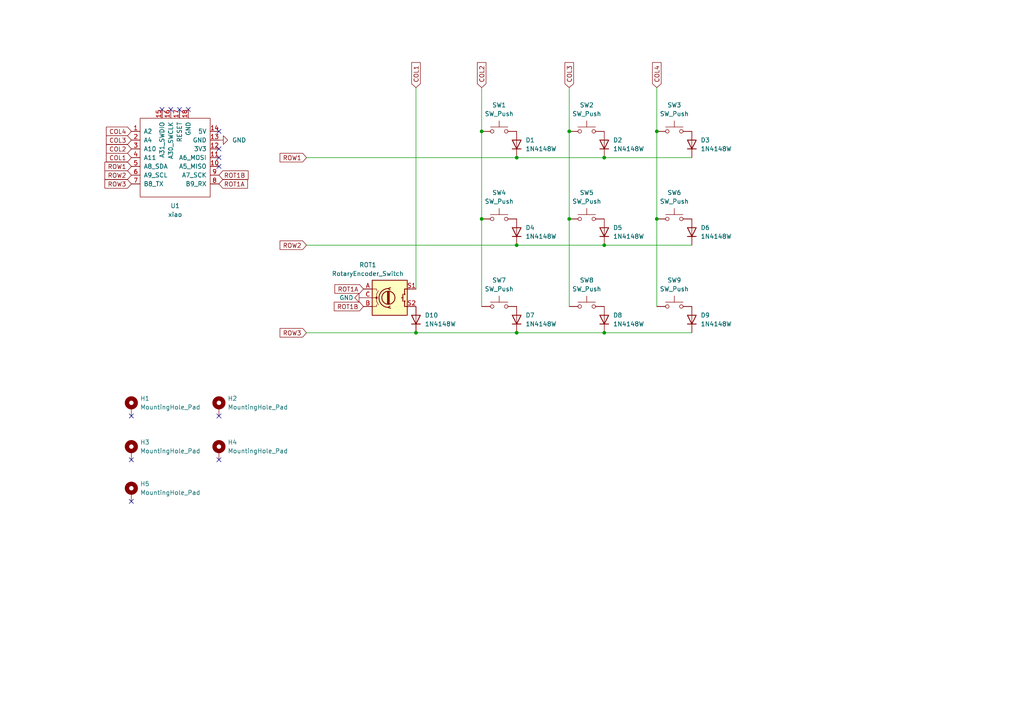
<source format=kicad_sch>
(kicad_sch (version 20231120) (generator "eeschema") (generator_version "8.0")
  (paper "A4")
  (title_block (title "bytepad") (date "2025-02-14") (rev "1") (company "hackpad?") (comment 1 "Shailesh"))
  (lib_symbols
    (symbol "Device:RotaryEncoder_Switch" (pin_names (offset 0.254) hide)
      (property "Reference" "SW" (at 0 6.604 0))
      (property "Value" "RotaryEncoder_Switch" (at 0 -6.604 0))
      (symbol "RotaryEncoder_Switch_0_1"
        (rectangle (start -5.08 5.08) (end 5.08 -5.08) (stroke (width 0.254)) (fill (type background)))
        (circle (center -3.81 0) (radius 0.254) (fill (type outline)))
        (circle (center -0.381 0) (radius 1.905) (stroke (width 0.254)))
        (arc (start -0.381 2.667) (mid -3.0987 -0.0635) (end -0.381 -2.794) (stroke (width 0.254)))
        (polyline (pts (xy -0.635 -1.778) (xy -0.635 1.778)) (stroke (width 0.254)))
        (polyline (pts (xy -0.381 -1.778) (xy -0.381 1.778)) (stroke (width 0.254)))
        (polyline (pts (xy -0.127 1.778) (xy -0.127 -1.778)) (stroke (width 0.254)))
        (polyline (pts (xy 3.81 0) (xy 3.429 0)) (stroke (width 0.254)))
        (polyline (pts (xy 3.81 1.016) (xy 3.81 -1.016)) (stroke (width 0.254)))
        (polyline (pts (xy -5.08 -2.54) (xy -3.81 -2.54) (xy -3.81 -2.032)))
        (polyline (pts (xy -5.08 2.54) (xy -3.81 2.54) (xy -3.81 2.032)))
        (polyline (pts (xy 0.254 -3.048) (xy -0.508 -2.794) (xy 0.127 -2.413)) (stroke (width 0.254)))
        (polyline (pts (xy 0.254 2.921) (xy -0.508 2.667) (xy 0.127 2.286)) (stroke (width 0.254)))
        (polyline (pts (xy 5.08 -2.54) (xy 4.318 -2.54) (xy 4.318 -1.016)) (stroke (width 0.254)))
        (polyline (pts (xy 5.08 2.54) (xy 4.318 2.54) (xy 4.318 1.016)) (stroke (width 0.254)))
        (polyline (pts (xy -5.08 0) (xy -3.81 0) (xy -3.81 -1.016) (xy -3.302 -2.032)))
        (polyline (pts (xy -4.318 0) (xy -3.81 0) (xy -3.81 1.016) (xy -3.302 2.032)))
        (circle (center 4.318 -1.016) (radius 0.127) (stroke (width 0.254)))
        (circle (center 4.318 1.016) (radius 0.127) (stroke (width 0.254)))
      )
      (symbol "RotaryEncoder_Switch_1_1"
        (pin passive line (at -7.62 2.54 0) (length 2.54) (name "A") (number "A"))
        (pin passive line (at -7.62 -2.54 0) (length 2.54) (name "B") (number "B"))
        (pin passive line (at -7.62 0 0) (length 2.54) (name "C") (number "C"))
        (pin passive line (at 7.62 2.54 180) (length 2.54) (name "S1") (number "S1"))
        (pin passive line (at 7.62 -2.54 180) (length 2.54) (name "S2") (number "S2"))
      )
    )
    (symbol "Diode:1N4148W" (pin_numbers hide) (pin_names (offset 1.016) hide)
      (property "Reference" "D" (at 0 2.54 0))
      (property "Value" "1N4148W" (at 0 -2.54 0))
      (symbol "1N4148W_0_1"
        (polyline (pts (xy -1.27 1.27) (xy -1.27 -1.27)) (stroke (width 0.254)))
        (polyline (pts (xy 1.27 0) (xy -1.27 0)))
        (polyline (pts (xy 1.27 1.27) (xy 1.27 -1.27) (xy -1.27 0) (xy 1.27 1.27)) (stroke (width 0.254)))
      )
      (symbol "1N4148W_1_1"
        (pin passive line (at -3.81 0 0) (length 2.54) (name "K") (number "1"))
        (pin passive line (at 3.81 0 180) (length 2.54) (name "A") (number "2"))
      )
    )
    (symbol "Mechanical:MountingHole_Pad" (pin_numbers hide) (pin_names (offset 1.016) hide)
      (property "Reference" "H" (at 0 6.35 0))
      (property "Value" "MountingHole_Pad" (at 0 4.445 0))
      (symbol "MountingHole_Pad_0_1"
        (circle (center 0 1.27) (radius 1.27) (stroke (width 1.27)))
      )
      (symbol "MountingHole_Pad_1_1"
        (pin input line (at 0 -2.54 90) (length 2.54) (name "1") (number "1"))
      )
    )
    (symbol "Switch:SW_Push" (pin_numbers hide) (pin_names (offset 1.016) hide)
      (property "Reference" "SW" (at 1.27 2.54 0))
      (property "Value" "SW_Push" (at 0 -1.524 0))
      (symbol "SW_Push_0_1"
        (circle (center -2.032 0) (radius 0.508))
        (polyline (pts (xy 0 1.27) (xy 0 3.048)))
        (polyline (pts (xy 2.54 1.27) (xy -2.54 1.27)))
        (circle (center 2.032 0) (radius 0.508))
        (pin passive line (at -5.08 0 0) (length 2.54) (name "1") (number "1"))
        (pin passive line (at 5.08 0 180) (length 2.54) (name "2") (number "2"))
      )
    )
    (symbol "mcu:xiao" (pin_names (offset 1.016))
      (property "Reference" "U" (at -10.16 15.24 0))
      (property "Value" "xiao" (at -8.89 12.7 0))
      (symbol "xiao_0_1"
        (rectangle (start -10.16 11.43) (end 10.16 -11.43))
      )
      (symbol "xiao_1_1"
        (pin bidirectional line (at -12.7 7.62 0) (length 2.54) (name "A2") (number "1"))
        (pin bidirectional line (at 12.7 -2.54 180) (length 2.54) (name "A5_MISO") (number "10"))
        (pin bidirectional line (at 12.7 0 180) (length 2.54) (name "A6_MOSI") (number "11"))
        (pin power_out line (at 12.7 2.54 180) (length 2.54) (name "3V3") (number "12"))
        (pin power_out line (at 12.7 5.08 180) (length 2.54) (name "GND") (number "13"))
        (pin power_out line (at 12.7 7.62 180) (length 2.54) (name "5V") (number "14"))
        (pin input line (at -3.81 13.97 270) (length 2.54) (name "A31_SWDIO") (number "15"))
        (pin input line (at -1.27 13.97 270) (length 2.54) (name "A30_SWCLK") (number "16"))
        (pin input line (at 1.27 13.97 270) (length 2.54) (name "RESET") (number "17"))
        (pin power_out line (at 3.81 13.97 270) (length 2.54) (name "GND") (number "18"))
        (pin bidirectional line (at -12.7 5.08 0) (length 2.54) (name "A4") (number "2"))
        (pin bidirectional line (at -12.7 2.54 0) (length 2.54) (name "A10") (number "3"))
        (pin bidirectional line (at -12.7 0 0) (length 2.54) (name "A11") (number "4"))
        (pin bidirectional line (at -12.7 -2.54 0) (length 2.54) (name "A8_SDA") (number "5"))
        (pin bidirectional line (at -12.7 -5.08 0) (length 2.54) (name "A9_SCL") (number "6"))
        (pin bidirectional line (at -12.7 -7.62 0) (length 2.54) (name "B8_TX") (number "7"))
        (pin bidirectional line (at 12.7 -7.62 180) (length 2.54) (name "B9_RX") (number "8"))
        (pin bidirectional line (at 12.7 -5.08 180) (length 2.54) (name "A7_SCK") (number "9"))
      )
    )
    (symbol "power:GND" (power) (pin_names (offset 0))
      (property "Value" "GND" (at 0 -3.81 0))
      (symbol "GND_0_1"
        (polyline (pts (xy 0 0) (xy 0 -1.27) (xy 1.27 -1.27) (xy 0 -2.54) (xy -1.27 -1.27) (xy 0 -1.27)))
      )
      (symbol "GND_1_1"
        (pin power_in line (at 0 0 270) (length 0) hide (name "GND") (number "1"))
      )
    )
  )
  (junction (at 175.26 96.52))
  (junction (at 190.5 38.1))
  (junction (at 149.86 71.12))
  (junction (at 165.1 38.1))
  (junction (at 175.26 45.72))
  (junction (at 139.7 63.5))
  (junction (at 175.26 71.12))
  (junction (at 165.1 63.5))
  (junction (at 149.86 96.52))
  (junction (at 139.7 38.1))
  (junction (at 149.86 45.72))
  (junction (at 190.5 63.5))
  (junction (at 120.65 96.52))
  (no_connect (at 38.1 120.65))
  (no_connect (at 46.99 31.75))
  (no_connect (at 49.53 31.75))
  (no_connect (at 52.07 31.75))
  (no_connect (at 54.61 31.75))
  (no_connect (at 63.5 43.18))
  (no_connect (at 63.5 38.1))
  (no_connect (at 38.1 133.35))
  (no_connect (at 63.5 120.65))
  (no_connect (at 63.5 48.26))
  (no_connect (at 63.5 45.72))
  (no_connect (at 63.5 133.35))
  (no_connect (at 38.1 145.415))
  (wire (pts (xy 175.26 96.52) (xy 200.66 96.52)))
  (wire (pts (xy 190.5 63.5) (xy 190.5 88.9)))
  (wire (pts (xy 149.86 71.12) (xy 175.26 71.12)))
  (wire (pts (xy 165.1 38.1) (xy 165.1 63.5)))
  (wire (pts (xy 88.9 71.12) (xy 149.86 71.12)))
  (wire (pts (xy 88.9 96.52) (xy 120.65 96.52)))
  (wire (pts (xy 165.1 25.4) (xy 165.1 38.1)))
  (wire (pts (xy 120.65 96.52) (xy 149.86 96.52)))
  (wire (pts (xy 139.7 25.4) (xy 139.7 38.1)))
  (wire (pts (xy 149.86 96.52) (xy 175.26 96.52)))
  (wire (pts (xy 165.1 63.5) (xy 165.1 88.9)))
  (wire (pts (xy 139.7 38.1) (xy 139.7 63.5)))
  (wire (pts (xy 120.65 25.4) (xy 120.65 83.82)))
  (wire (pts (xy 190.5 38.1) (xy 190.5 63.5)))
  (wire (pts (xy 149.86 45.72) (xy 175.26 45.72)))
  (wire (pts (xy 88.9 45.72) (xy 149.86 45.72)))
  (wire (pts (xy 190.5 25.4) (xy 190.5 38.1)))
  (wire (pts (xy 175.26 45.72) (xy 200.66 45.72)))
  (wire (pts (xy 139.7 63.5) (xy 139.7 88.9)))
  (wire (pts (xy 175.26 71.12) (xy 200.66 71.12)))
  (global_label "ROT1A" (shape input) (at 63.5 53.34 0) (property "Intersheetrefs" "${INTERSHEET_REFS}" (effects (hide yes))))
  (global_label "ROW3" (shape input) (at 38.1 53.34 180) (property "Intersheetrefs" "${INTERSHEET_REFS}" (effects (hide yes))))
  (global_label "ROW2" (shape input) (at 38.1 50.8 180) (property "Intersheetrefs" "${INTERSHEET_REFS}" (effects (hide yes))))
  (global_label "ROT1B" (shape input) (at 105.41 88.9 180) (property "Intersheetrefs" "${INTERSHEET_REFS}" (effects (hide yes))))
  (global_label "ROW3" (shape input) (at 88.9 96.52 180) (property "Intersheetrefs" "${INTERSHEET_REFS}" (effects (hide yes))))
  (global_label "ROW1" (shape input) (at 88.9 45.72 180) (property "Intersheetrefs" "${INTERSHEET_REFS}" (effects (hide yes))))
  (global_label "COL2" (shape input) (at 38.1 43.18 180) (property "Intersheetrefs" "${INTERSHEET_REFS}" (effects (hide yes))))
  (global_label "COL3" (shape input) (at 165.1 25.4 90) (property "Intersheetrefs" "${INTERSHEET_REFS}" (effects (hide yes))))
  (global_label "ROT1A" (shape input) (at 105.41 83.82 180) (property "Intersheetrefs" "${INTERSHEET_REFS}" (effects (hide yes))))
  (global_label "COL4" (shape input) (at 190.5 25.4 90) (property "Intersheetrefs" "${INTERSHEET_REFS}" (effects (hide yes))))
  (global_label "ROT1B" (shape input) (at 63.5 50.8 0) (property "Intersheetrefs" "${INTERSHEET_REFS}" (effects (hide yes))))
  (global_label "COL2" (shape input) (at 139.7 25.4 90) (property "Intersheetrefs" "${INTERSHEET_REFS}" (effects (hide yes))))
  (global_label "COL1" (shape input) (at 38.1 45.72 180) (property "Intersheetrefs" "${INTERSHEET_REFS}" (effects (hide yes))))
  (global_label "ROW1" (shape input) (at 38.1 48.26 180) (property "Intersheetrefs" "${INTERSHEET_REFS}" (effects (hide yes))))
  (global_label "COL3" (shape input) (at 38.1 40.64 180) (property "Intersheetrefs" "${INTERSHEET_REFS}" (effects (hide yes))))
  (global_label "COL1" (shape input) (at 120.65 25.4 90) (property "Intersheetrefs" "${INTERSHEET_REFS}" (effects (hide yes))))
  (global_label "COL4" (shape input) (at 38.1 38.1 180) (property "Intersheetrefs" "${INTERSHEET_REFS}" (effects (hide yes))))
  (global_label "ROW2" (shape input) (at 88.9 71.12 180) (property "Intersheetrefs" "${INTERSHEET_REFS}" (effects (hide yes))))
  (symbol (lib_id "Switch:SW_Push") (at 170.18 63.5 0) (unit 1)
    (property "Reference" "SW5" (at 170.18 55.88 0))
    (property "Value" "SW_Push" (at 170.18 58.42 0))
    (property "Footprint" "kleeb-pg1350:pg1350-H" (effects (hide yes)))
  )
  (symbol (lib_id "Diode:1N4148W") (at 200.66 92.71 90) (unit 1)
    (property "Reference" "D9" (at 203.2 91.4399 90) (effects (justify right)))
    (property "Value" "1N4148W" (at 203.2 93.9799 90) (effects (justify right)))
    (property "Footprint" "Diode_SMD:D_SOD-123" (effects (hide yes)))
    (property "Datasheet" "https://www.vishay.com/docs/85748/1n4148w.pdf" (effects (hide yes)))
  )
  (symbol (lib_id "Device:RotaryEncoder_Switch") (at 113.03 86.36 0) (unit 1)
    (property "Reference" "ROT1" (at 106.68 76.835 0))
    (property "Value" "RotaryEncoder_Switch" (at 106.68 79.375 0))
    (property "Footprint" "keebio:RotaryEncoder_EC11" (effects (hide yes)))
  )
  (symbol (lib_id "Switch:SW_Push") (at 170.18 38.1 0) (unit 1)
    (property "Reference" "SW2" (at 170.18 30.48 0))
    (property "Value" "SW_Push" (at 170.18 33.02 0))
    (property "Footprint" "kleeb-pg1350:pg1350-H" (effects (hide yes)))
  )
  (symbol (lib_id "Switch:SW_Push") (at 144.78 88.9 0) (unit 1)
    (property "Reference" "SW7" (at 144.78 81.28 0))
    (property "Value" "SW_Push" (at 144.78 83.82 0))
    (property "Footprint" "kleeb-pg1350:pg1350-H" (effects (hide yes)))
  )
  (symbol (lib_id "Switch:SW_Push") (at 195.58 63.5 0) (unit 1)
    (property "Reference" "SW6" (at 195.58 55.88 0))
    (property "Value" "SW_Push" (at 195.58 58.42 0))
    (property "Footprint" "kleeb-pg1350:pg1350-H" (effects (hide yes)))
  )
  (symbol (lib_id "Diode:1N4148W") (at 200.66 41.91 90) (unit 1)
    (property "Reference" "D3" (at 203.2 40.6399 90) (effects (justify right)))
    (property "Value" "1N4148W" (at 203.2 43.1799 90) (effects (justify right)))
    (property "Footprint" "Diode_SMD:D_SOD-123" (effects (hide yes)))
    (property "Datasheet" "https://www.vishay.com/docs/85748/1n4148w.pdf" (effects (hide yes)))
  )
  (symbol (lib_id "Diode:1N4148W") (at 149.86 67.31 90) (unit 1)
    (property "Reference" "D4" (at 152.4 66.0399 90) (effects (justify right)))
    (property "Value" "1N4148W" (at 152.4 68.5799 90) (effects (justify right)))
    (property "Footprint" "Diode_SMD:D_SOD-123" (effects (hide yes)))
    (property "Datasheet" "https://www.vishay.com/docs/85748/1n4148w.pdf" (effects (hide yes)))
  )
  (symbol (lib_id "Diode:1N4148W") (at 149.86 41.91 90) (unit 1)
    (property "Reference" "D1" (at 152.4 40.6399 90) (effects (justify right)))
    (property "Value" "1N4148W" (at 152.4 43.1799 90) (effects (justify right)))
    (property "Footprint" "Diode_SMD:D_SOD-123" (effects (hide yes)))
    (property "Datasheet" "https://www.vishay.com/docs/85748/1n4148w.pdf" (effects (hide yes)))
  )
  (symbol (lib_id "Mechanical:MountingHole_Pad") (at 38.1 142.875 0) (unit 1)
    (property "Reference" "H5" (at 40.64 140.3349 0) (effects (justify left)))
    (property "Value" "MountingHole_Pad" (at 40.64 142.8749 0) (effects (justify left)))
    (property "Footprint" "MountingHole:MountingHole_2.2mm_M2_DIN965_Pad" (effects (hide yes)))
  )
  (symbol (lib_id "Diode:1N4148W") (at 200.66 67.31 90) (unit 1)
    (property "Reference" "D6" (at 203.2 66.0399 90) (effects (justify right)))
    (property "Value" "1N4148W" (at 203.2 68.5799 90) (effects (justify right)))
    (property "Footprint" "Diode_SMD:D_SOD-123" (effects (hide yes)))
    (property "Datasheet" "https://www.vishay.com/docs/85748/1n4148w.pdf" (effects (hide yes)))
  )
  (symbol (lib_id "Mechanical:MountingHole_Pad") (at 63.5 130.81 0) (unit 1)
    (property "Reference" "H4" (at 66.04 128.2699 0) (effects (justify left)))
    (property "Value" "MountingHole_Pad" (at 66.04 130.8099 0) (effects (justify left)))
    (property "Footprint" "MountingHole:MountingHole_2.2mm_M2_DIN965_Pad" (effects (hide yes)))
  )
  (symbol (lib_id "Diode:1N4148W") (at 175.26 67.31 90) (unit 1)
    (property "Reference" "D5" (at 177.8 66.0399 90) (effects (justify right)))
    (property "Value" "1N4148W" (at 177.8 68.5799 90) (effects (justify right)))
    (property "Footprint" "Diode_SMD:D_SOD-123" (effects (hide yes)))
    (property "Datasheet" "https://www.vishay.com/docs/85748/1n4148w.pdf" (effects (hide yes)))
  )
  (symbol (lib_id "Switch:SW_Push") (at 144.78 38.1 0) (unit 1)
    (property "Reference" "SW1" (at 144.78 30.48 0))
    (property "Value" "SW_Push" (at 144.78 33.02 0))
    (property "Footprint" "kleeb-pg1350:pg1350-H" (effects (hide yes)))
  )
  (symbol (lib_id "Switch:SW_Push") (at 170.18 88.9 0) (unit 1)
    (property "Reference" "SW8" (at 170.18 81.28 0))
    (property "Value" "SW_Push" (at 170.18 83.82 0))
    (property "Footprint" "kleeb-pg1350:pg1350-H" (effects (hide yes)))
  )
  (symbol (lib_id "Diode:1N4148W") (at 149.86 92.71 90) (unit 1)
    (property "Reference" "D7" (at 152.4 91.4399 90) (effects (justify right)))
    (property "Value" "1N4148W" (at 152.4 93.9799 90) (effects (justify right)))
    (property "Footprint" "Diode_SMD:D_SOD-123" (effects (hide yes)))
    (property "Datasheet" "https://www.vishay.com/docs/85748/1n4148w.pdf" (effects (hide yes)))
  )
  (symbol (lib_id "Mechanical:MountingHole_Pad") (at 63.5 118.11 0) (unit 1)
    (property "Reference" "H2" (at 66.04 115.5699 0) (effects (justify left)))
    (property "Value" "MountingHole_Pad" (at 66.04 118.1099 0) (effects (justify left)))
    (property "Footprint" "MountingHole:MountingHole_2.2mm_M2_DIN965_Pad" (effects (hide yes)))
  )
  (symbol (lib_id "Diode:1N4148W") (at 175.26 41.91 90) (unit 1)
    (property "Reference" "D2" (at 177.8 40.6399 90) (effects (justify right)))
    (property "Value" "1N4148W" (at 177.8 43.1799 90) (effects (justify right)))
    (property "Footprint" "Diode_SMD:D_SOD-123" (effects (hide yes)))
    (property "Datasheet" "https://www.vishay.com/docs/85748/1n4148w.pdf" (effects (hide yes)))
  )
  (symbol (lib_id "Mechanical:MountingHole_Pad") (at 38.1 130.81 0) (unit 1)
    (property "Reference" "H3" (at 40.64 128.2699 0) (effects (justify left)))
    (property "Value" "MountingHole_Pad" (at 40.64 130.8099 0) (effects (justify left)))
    (property "Footprint" "MountingHole:MountingHole_2.2mm_M2_DIN965_Pad" (effects (hide yes)))
  )
  (symbol (lib_id "Switch:SW_Push") (at 144.78 63.5 0) (unit 1)
    (property "Reference" "SW4" (at 144.78 55.88 0))
    (property "Value" "SW_Push" (at 144.78 58.42 0))
    (property "Footprint" "kleeb-pg1350:pg1350-H" (effects (hide yes)))
  )
  (symbol (lib_id "Mechanical:MountingHole_Pad") (at 38.1 118.11 0) (unit 1)
    (property "Reference" "H1" (at 40.64 115.5699 0) (effects (justify left)))
    (property "Value" "MountingHole_Pad" (at 40.64 118.1099 0) (effects (justify left)))
    (property "Footprint" "MountingHole:MountingHole_2.2mm_M2_DIN965_Pad" (effects (hide yes)))
  )
  (symbol (lib_id "power:GND") (at 105.41 86.36 270) (unit 1)
    (property "Reference" "#PWR03" (effects (hide yes)))
    (property "Value" "GND" (at 98.425 86.36 90) (effects (justify left)))
  )
  (symbol (lib_id "power:GND") (at 63.5 40.64 90) (unit 1)
    (property "Reference" "#PWR02" (effects (hide yes)))
    (property "Value" "GND" (at 67.31 40.6399 90) (effects (justify right)))
  )
  (symbol (lib_id "Diode:1N4148W") (at 175.26 92.71 90) (unit 1)
    (property "Reference" "D8" (at 177.8 91.4399 90) (effects (justify right)))
    (property "Value" "1N4148W" (at 177.8 93.9799 90) (effects (justify right)))
    (property "Footprint" "Diode_SMD:D_SOD-123" (effects (hide yes)))
    (property "Datasheet" "https://www.vishay.com/docs/85748/1n4148w.pdf" (effects (hide yes)))
  )
  (symbol (lib_id "Switch:SW_Push") (at 195.58 38.1 0) (unit 1)
    (property "Reference" "SW3" (at 195.58 30.48 0))
    (property "Value" "SW_Push" (at 195.58 33.02 0))
    (property "Footprint" "kleeb-pg1350:pg1350-H" (effects (hide yes)))
  )
  (symbol (lib_id "mcu:xiao") (at 50.8 45.72 0) (unit 1)
    (property "Reference" "U1" (at 50.8 59.69 0))
    (property "Value" "xiao" (at 50.8 62.23 0))
    (property "Footprint" "kleeb-mcu:xiao-tht" (effects (hide yes)))
  )
  (symbol (lib_id "Diode:1N4148W") (at 120.65 92.71 90) (unit 1)
    (property "Reference" "D10" (at 123.19 91.4399 90) (effects (justify right)))
    (property "Value" "1N4148W" (at 123.19 93.9799 90) (effects (justify right)))
    (property "Footprint" "Diode_SMD:D_SOD-123" (effects (hide yes)))
    (property "Datasheet" "https://www.vishay.com/docs/85748/1n4148w.pdf" (effects (hide yes)))
  )
  (symbol (lib_id "Switch:SW_Push") (at 195.58 88.9 0) (unit 1)
    (property "Reference" "SW9" (at 195.58 81.28 0))
    (property "Value" "SW_Push" (at 195.58 83.82 0))
    (property "Footprint" "kleeb-pg1350:pg1350-H" (effects (hide yes)))
  )
)
</source>
